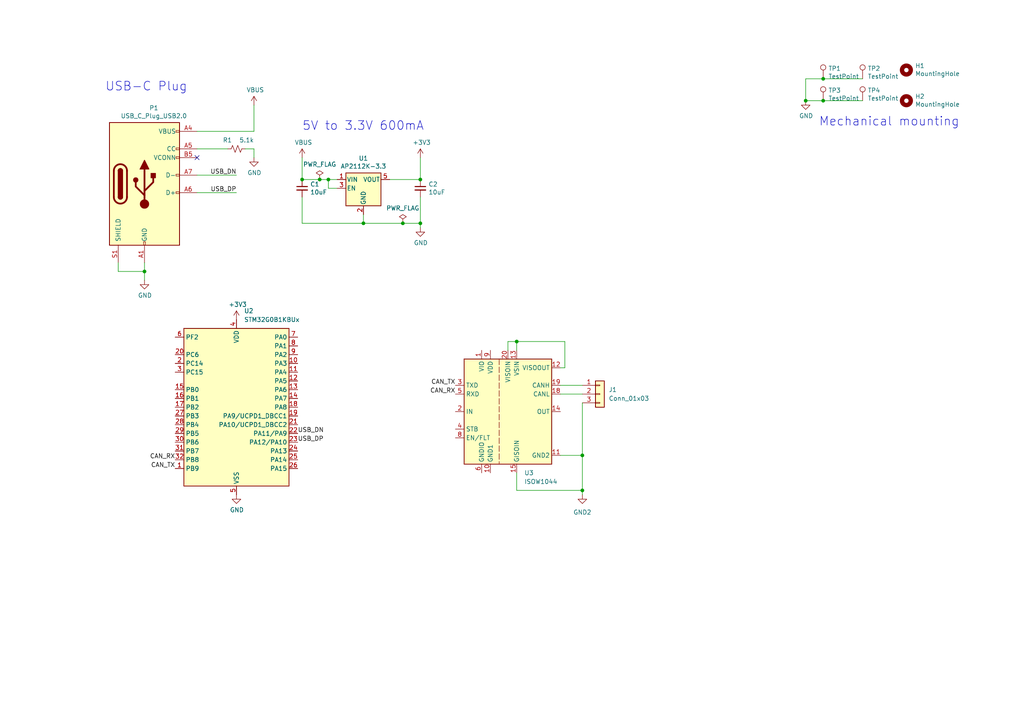
<source format=kicad_sch>
(kicad_sch (version 20231120) (generator "eeschema") (generator_version "8.0")
  (paper "A4")
  (title_block (title "Expansion Card Template") (date "2020-12-12") (rev "X1") (company "Framework") (comment 1 "This work is licensed under a Creative Commons Attribution 4.0 International License") (comment 4 "https://frame.work"))
  (lib_symbols
    (symbol "Connector:TestPoint" (pin_numbers hide) (pin_names (offset 0.762) hide)
      (property "Reference" "TP" (at 0 6.858 0))
      (property "Value" "TestPoint" (at 0 5.08 0))
      (symbol "TestPoint_0_1"
        (circle (center 0 3.302) (radius 0.762))
      )
      (symbol "TestPoint_1_1"
        (pin passive line (at 0 0 90) (length 2.54) (name "1") (number "1"))
      )
    )
    (symbol "Connector:USB_C_Plug_USB2.0" (pin_names (offset 1.016))
      (property "Reference" "P" (at -10.16 19.05 0))
      (property "Value" "USB_C_Plug_USB2.0" (at 12.7 19.05 0))
      (symbol "USB_C_Plug_USB2.0_0_0"
        (rectangle (start -0.254 -17.78) (end 0.254 -16.764))
        (rectangle (start 10.16 -2.286) (end 9.144 -2.794))
        (rectangle (start 10.16 2.794) (end 9.144 2.286))
        (rectangle (start 10.16 7.874) (end 9.144 7.366))
        (rectangle (start 10.16 10.414) (end 9.144 9.906))
        (rectangle (start 10.16 15.494) (end 9.144 14.986))
      )
      (symbol "USB_C_Plug_USB2.0_0_1"
        (rectangle (start -10.16 17.78) (end 10.16 -17.78) (stroke (width 0.254)) (fill (type background)))
        (arc (start -8.89 -3.81) (mid -6.985 -5.7067) (end -5.08 -3.81) (stroke (width 0.508)))
        (arc (start -7.62 -3.81) (mid -6.985 -4.4423) (end -6.35 -3.81) (stroke (width 0.254)))
        (arc (start -7.62 -3.81) (mid -6.985 -4.4423) (end -6.35 -3.81) (stroke (width 0.254)) (fill (type outline)))
        (rectangle (start -7.62 -3.81) (end -6.35 3.81) (stroke (width 0.254)) (fill (type outline)))
        (arc (start -6.35 3.81) (mid -6.985 4.4423) (end -7.62 3.81) (stroke (width 0.254)))
        (arc (start -6.35 3.81) (mid -6.985 4.4423) (end -7.62 3.81) (stroke (width 0.254)) (fill (type outline)))
        (arc (start -5.08 3.81) (mid -6.985 5.7067) (end -8.89 3.81) (stroke (width 0.508)))
        (circle (center -2.54 1.143) (radius 0.635) (stroke (width 0.254)) (fill (type outline)))
        (circle (center 0 -5.842) (radius 1.27) (fill (type outline)))
        (polyline (pts (xy -8.89 -3.81) (xy -8.89 3.81)) (stroke (width 0.508)))
        (polyline (pts (xy -5.08 3.81) (xy -5.08 -3.81)) (stroke (width 0.508)))
        (polyline (pts (xy 0 -5.842) (xy 0 4.318)) (stroke (width 0.508)))
        (polyline (pts (xy 0 -3.302) (xy -2.54 -0.762) (xy -2.54 0.508)) (stroke (width 0.508)))
        (polyline (pts (xy 0 -2.032) (xy 2.54 0.508) (xy 2.54 1.778)) (stroke (width 0.508)))
        (polyline (pts (xy -1.27 4.318) (xy 0 6.858) (xy 1.27 4.318) (xy -1.27 4.318)) (stroke (width 0.254)) (fill (type outline)))
        (rectangle (start 1.905 1.778) (end 3.175 3.048) (stroke (width 0.254)) (fill (type outline)))
      )
      (symbol "USB_C_Plug_USB2.0_1_1"
        (pin passive line (at 0 -22.86 90) (length 5.08) (name "GND") (number "A1"))
        (pin passive line (at 0 -22.86 90) (length 5.08) hide (name "GND") (number "A12"))
        (pin passive line (at 15.24 15.24 180) (length 5.08) (name "VBUS") (number "A4"))
        (pin bidirectional line (at 15.24 10.16 180) (length 5.08) (name "CC") (number "A5"))
        (pin bidirectional line (at 15.24 -2.54 180) (length 5.08) (name "D+") (number "A6"))
        (pin bidirectional line (at 15.24 2.54 180) (length 5.08) (name "D-") (number "A7"))
        (pin passive line (at 15.24 15.24 180) (length 5.08) hide (name "VBUS") (number "A9"))
        (pin passive line (at 0 -22.86 90) (length 5.08) hide (name "GND") (number "B1"))
        (pin passive line (at 0 -22.86 90) (length 5.08) hide (name "GND") (number "B12"))
        (pin passive line (at 15.24 15.24 180) (length 5.08) hide (name "VBUS") (number "B4"))
        (pin bidirectional line (at 15.24 7.62 180) (length 5.08) (name "VCONN") (number "B5"))
        (pin passive line (at 15.24 15.24 180) (length 5.08) hide (name "VBUS") (number "B9"))
        (pin passive line (at -7.62 -22.86 90) (length 5.08) (name "SHIELD") (number "S1"))
      )
    )
    (symbol "Connector_Generic:Conn_01x03" (pin_names (offset 1.016) hide)
      (property "Reference" "J" (at 0 5.08 0))
      (property "Value" "Conn_01x03" (at 0 -5.08 0))
      (symbol "Conn_01x03_1_1"
        (rectangle (start -1.27 -2.413) (end 0 -2.667) (stroke (width 0.1524)))
        (rectangle (start -1.27 0.127) (end 0 -0.127) (stroke (width 0.1524)))
        (rectangle (start -1.27 2.667) (end 0 2.413) (stroke (width 0.1524)))
        (rectangle (start -1.27 3.81) (end 1.27 -3.81) (stroke (width 0.254)) (fill (type background)))
        (pin passive line (at -5.08 2.54 0) (length 3.81) (name "Pin_1") (number "1"))
        (pin passive line (at -5.08 0 0) (length 3.81) (name "Pin_2") (number "2"))
        (pin passive line (at -5.08 -2.54 0) (length 3.81) (name "Pin_3") (number "3"))
      )
    )
    (symbol "Device:C_Small" (pin_numbers hide) (pin_names (offset 0.254) hide)
      (property "Reference" "C" (at 0.254 1.778 0))
      (property "Value" "C_Small" (at 0.254 -2.032 0))
      (symbol "C_Small_0_1"
        (polyline (pts (xy -1.524 -0.508) (xy 1.524 -0.508)) (stroke (width 0.3302)))
        (polyline (pts (xy -1.524 0.508) (xy 1.524 0.508)) (stroke (width 0.3048)))
      )
      (symbol "C_Small_1_1"
        (pin passive line (at 0 2.54 270) (length 2.032) (name "~") (number "1"))
        (pin passive line (at 0 -2.54 90) (length 2.032) (name "~") (number "2"))
      )
    )
    (symbol "Device:R_Small_US" (pin_numbers hide) (pin_names (offset 0.254) hide)
      (property "Reference" "R" (at 0.762 0.508 0))
      (property "Value" "R_Small_US" (at 0.762 -1.016 0))
      (symbol "R_Small_US_1_1"
        (polyline (pts (xy 0 0) (xy 1.016 -0.381) (xy 0 -0.762) (xy -1.016 -1.143) (xy 0 -1.524)))
        (polyline (pts (xy 0 1.524) (xy 1.016 1.143) (xy 0 0.762) (xy -1.016 0.381) (xy 0 0)))
        (pin passive line (at 0 2.54 270) (length 1.016) (name "~") (number "1"))
        (pin passive line (at 0 -2.54 90) (length 1.016) (name "~") (number "2"))
      )
    )
    (symbol "Interface_CAN_LIN:ISOW1044"
      (property "Reference" "U" (at -12.7 16.51 0))
      (property "Value" "ISOW1044" (at 13.97 16.51 0))
      (symbol "ISOW1044_0_1"
        (rectangle (start -12.7 15.24) (end 12.7 -15.24) (stroke (width 0.254)) (fill (type background)))
      )
      (symbol "ISOW1044_1_1"
        (polyline (pts (xy -2.54 15.24) (xy -2.54 -15.24)) (stroke (width 0) (type dash)))
        (pin power_in line (at -7.62 17.78 270) (length 2.54) (name "VIO") (number "1"))
        (pin power_in line (at -5.08 -17.78 90) (length 2.54) (name "GND1") (number "10"))
        (pin power_out line (at 15.24 -12.7 180) (length 2.54) (name "GND2") (number "11"))
        (pin power_out line (at 15.24 12.7 180) (length 2.54) (name "VISOOUT") (number "12"))
        (pin power_in line (at 2.54 17.78 270) (length 2.54) (name "VSIN") (number "13"))
        (pin output line (at 15.24 0 180) (length 2.54) (name "OUT") (number "14"))
        (pin power_in line (at 2.54 -17.78 90) (length 2.54) (name "GISOIN") (number "15"))
        (pin passive line (at 2.54 -17.78 90) (length 2.54) hide (name "GISOIN") (number "16"))
        (pin passive line (at 2.54 -17.78 90) (length 2.54) hide (name "GISOIN") (number "17"))
        (pin bidirectional line (at 15.24 5.08 180) (length 2.54) (name "CANL") (number "18"))
        (pin bidirectional line (at 15.24 7.62 180) (length 2.54) (name "CANH") (number "19"))
        (pin input line (at -15.24 0 0) (length 2.54) (name "IN") (number "2"))
        (pin power_in line (at 0 17.78 270) (length 2.54) (name "VISOIN") (number "20"))
        (pin input line (at -15.24 7.62 0) (length 2.54) (name "TXD") (number "3"))
        (pin input line (at -15.24 -5.08 0) (length 2.54) (name "STB") (number "4"))
        (pin output line (at -15.24 5.08 0) (length 2.54) (name "RXD") (number "5"))
        (pin power_in line (at -7.62 -17.78 90) (length 2.54) (name "GNDIO") (number "6"))
        (pin no_connect line (at -12.7 -10.16 0) (length 2.54) hide (name "NC") (number "7"))
        (pin input line (at -15.24 -7.62 0) (length 2.54) (name "EN/FLT") (number "8"))
        (pin power_in line (at -5.08 17.78 270) (length 2.54) (name "VDD") (number "9"))
      )
    )
    (symbol "MCU_ST_STM32G0:STM32G0B1KBUx"
      (property "Reference" "U" (at -15.24 24.13 0))
      (property "Value" "STM32G0B1KBUx" (at 2.54 24.13 0))
      (symbol "STM32G0B1KBUx_0_1"
        (rectangle (start -15.24 -22.86) (end 15.24 22.86) (stroke (width 0.254)) (fill (type background)))
      )
      (symbol "STM32G0B1KBUx_1_1"
        (pin bidirectional line (at -17.78 -17.78 0) (length 2.54) (name "PB9") (number "1"))
        (pin bidirectional line (at 17.78 12.7 180) (length 2.54) (name "PA3") (number "10"))
        (pin bidirectional line (at 17.78 10.16 180) (length 2.54) (name "PA4") (number "11"))
        (pin bidirectional line (at 17.78 7.62 180) (length 2.54) (name "PA5") (number "12"))
        (pin bidirectional line (at 17.78 5.08 180) (length 2.54) (name "PA6") (number "13"))
        (pin bidirectional line (at 17.78 2.54 180) (length 2.54) (name "PA7") (number "14"))
        (pin bidirectional line (at -17.78 5.08 0) (length 2.54) (name "PB0") (number "15"))
        (pin bidirectional line (at -17.78 2.54 0) (length 2.54) (name "PB1") (number "16"))
        (pin bidirectional line (at -17.78 0 0) (length 2.54) (name "PB2") (number "17"))
        (pin bidirectional line (at 17.78 0 180) (length 2.54) (name "PA8") (number "18"))
        (pin bidirectional line (at 17.78 -2.54 180) (length 2.54) (name "PA9/UCPD1_DBCC1") (number "19"))
        (pin bidirectional line (at -17.78 12.7 0) (length 2.54) (name "PC14") (number "2"))
        (pin bidirectional line (at -17.78 15.24 0) (length 2.54) (name "PC6") (number "20"))
        (pin bidirectional line (at 17.78 -5.08 180) (length 2.54) (name "PA10/UCPD1_DBCC2") (number "21"))
        (pin bidirectional line (at 17.78 -7.62 180) (length 2.54) (name "PA11/PA9") (number "22"))
        (pin bidirectional line (at 17.78 -10.16 180) (length 2.54) (name "PA12/PA10") (number "23"))
        (pin bidirectional line (at 17.78 -12.7 180) (length 2.54) (name "PA13") (number "24"))
        (pin bidirectional line (at 17.78 -15.24 180) (length 2.54) (name "PA14") (number "25"))
        (pin bidirectional line (at 17.78 -17.78 180) (length 2.54) (name "PA15") (number "26"))
        (pin bidirectional line (at -17.78 -2.54 0) (length 2.54) (name "PB3") (number "27"))
        (pin bidirectional line (at -17.78 -5.08 0) (length 2.54) (name "PB4") (number "28"))
        (pin bidirectional line (at -17.78 -7.62 0) (length 2.54) (name "PB5") (number "29"))
        (pin bidirectional line (at -17.78 10.16 0) (length 2.54) (name "PC15") (number "3"))
        (pin bidirectional line (at -17.78 -10.16 0) (length 2.54) (name "PB6") (number "30"))
        (pin bidirectional line (at -17.78 -12.7 0) (length 2.54) (name "PB7") (number "31"))
        (pin bidirectional line (at -17.78 -15.24 0) (length 2.54) (name "PB8") (number "32"))
        (pin passive line (at 0 -25.4 90) (length 2.54) hide (name "VSS") (number "33"))
        (pin power_in line (at 0 25.4 270) (length 2.54) (name "VDD") (number "4"))
        (pin power_in line (at 0 -25.4 90) (length 2.54) (name "VSS") (number "5"))
        (pin bidirectional line (at -17.78 20.32 0) (length 2.54) (name "PF2") (number "6"))
        (pin bidirectional line (at 17.78 20.32 180) (length 2.54) (name "PA0") (number "7"))
        (pin bidirectional line (at 17.78 17.78 180) (length 2.54) (name "PA1") (number "8"))
        (pin bidirectional line (at 17.78 15.24 180) (length 2.54) (name "PA2") (number "9"))
      )
    )
    (symbol "Mechanical:MountingHole" (pin_names (offset 1.016))
      (property "Reference" "H" (at 0 5.08 0))
      (property "Value" "MountingHole" (at 0 3.175 0))
      (symbol "MountingHole_0_1"
        (circle (center 0 0) (radius 1.27) (stroke (width 1.27)))
      )
    )
    (symbol "Regulator_Linear:AP2112K-3.3" (pin_names (offset 0.254))
      (property "Reference" "U" (at -5.08 5.715 0))
      (property "Value" "AP2112K-3.3" (at 0 5.715 0))
      (symbol "AP2112K-3.3_0_1"
        (rectangle (start -5.08 4.445) (end 5.08 -5.08) (stroke (width 0.254)) (fill (type background)))
      )
      (symbol "AP2112K-3.3_1_1"
        (pin power_in line (at -7.62 2.54 0) (length 2.54) (name "VIN") (number "1"))
        (pin power_in line (at 0 -7.62 90) (length 2.54) (name "GND") (number "2"))
        (pin input line (at -7.62 0 0) (length 2.54) (name "EN") (number "3"))
        (pin no_connect line (at 5.08 0 180) (length 2.54) hide (name "NC") (number "4"))
        (pin power_out line (at 7.62 2.54 180) (length 2.54) (name "VOUT") (number "5"))
      )
    )
    (symbol "expansiontest1-rescue:+3.3V-power" (power) (pin_names (offset 0))
      (property "Value" "power_+3.3V" (at 0 3.556 0))
      (symbol "+3.3V-power_0_1"
        (polyline (pts (xy -0.762 1.27) (xy 0 2.54)))
        (polyline (pts (xy 0 0) (xy 0 2.54)))
        (polyline (pts (xy 0 2.54) (xy 0.762 1.27)))
      )
      (symbol "+3.3V-power_1_1"
        (pin power_in line (at 0 0 90) (length 0) hide (name "+3V3") (number "1"))
      )
    )
    (symbol "expansiontest1-rescue:GND-power" (power) (pin_names (offset 0))
      (property "Value" "power_GND" (at 0 -3.81 0))
      (symbol "GND-power_0_1"
        (polyline (pts (xy 0 0) (xy 0 -1.27) (xy 1.27 -1.27) (xy 0 -2.54) (xy -1.27 -1.27) (xy 0 -1.27)))
      )
      (symbol "GND-power_1_1"
        (pin power_in line (at 0 0 270) (length 0) hide (name "GND") (number "1"))
      )
    )
    (symbol "expansiontest1-rescue:PWR_FLAG-power" (power) (pin_numbers hide) (pin_names (offset 0) hide)
      (property "Value" "power_PWR_FLAG" (at 0 3.81 0))
      (symbol "PWR_FLAG-power_0_0"
        (pin power_out line (at 0 0 90) (length 0) (name "pwr") (number "1"))
      )
      (symbol "PWR_FLAG-power_0_1"
        (polyline (pts (xy 0 0) (xy 0 1.27) (xy -1.016 1.905) (xy 0 2.54) (xy 1.016 1.905) (xy 0 1.27)))
      )
    )
    (symbol "expansiontest1-rescue:VBUS-power" (power) (pin_names (offset 0))
      (property "Value" "power_VBUS" (at 0 3.81 0))
      (symbol "VBUS-power_0_1"
        (polyline (pts (xy -0.762 1.27) (xy 0 2.54)))
        (polyline (pts (xy 0 0) (xy 0 2.54)))
        (polyline (pts (xy 0 2.54) (xy 0.762 1.27)))
      )
      (symbol "VBUS-power_1_1"
        (pin power_in line (at 0 0 90) (length 0) hide (name "VBUS") (number "1"))
      )
    )
    (symbol "power:GND2" (power) (pin_numbers hide) (pin_names (offset 0) hide)
      (property "Value" "GND2" (at 0 -3.81 0))
      (symbol "GND2_0_1"
        (polyline (pts (xy 0 0) (xy 0 -1.27) (xy 1.27 -1.27) (xy 0 -2.54) (xy -1.27 -1.27) (xy 0 -1.27)))
      )
      (symbol "GND2_1_1"
        (pin power_in line (at 0 0 270) (length 0) (name "~") (number "1"))
      )
    )
  )
  (junction (at 168.91 142.24))
  (junction (at 92.71 52.07))
  (junction (at 41.91 78.74))
  (junction (at 168.91 132.08))
  (junction (at 233.68 29.21))
  (junction (at 121.92 64.77))
  (junction (at 238.76 22.86))
  (junction (at 105.41 64.77))
  (junction (at 87.63 52.07))
  (junction (at 149.86 99.06))
  (junction (at 116.84 64.77))
  (junction (at 95.25 52.07))
  (junction (at 238.76 29.21))
  (junction (at 121.92 52.07))
  (no_connect (at 57.15 45.72))
  (wire (pts (xy 149.86 142.24) (xy 168.91 142.24)))
  (wire (pts (xy 73.66 43.18) (xy 73.66 45.72)))
  (wire (pts (xy 250.19 29.21) (xy 238.76 29.21)))
  (wire (pts (xy 105.41 64.77) (xy 116.84 64.77)))
  (wire (pts (xy 233.68 22.86) (xy 233.68 29.21)))
  (wire (pts (xy 57.15 50.8) (xy 68.58 50.8)))
  (wire (pts (xy 163.83 106.68) (xy 162.56 106.68)))
  (wire (pts (xy 87.63 45.72) (xy 87.63 52.07)))
  (wire (pts (xy 57.15 43.18) (xy 66.04 43.18)))
  (wire (pts (xy 97.79 54.61) (xy 95.25 54.61)))
  (wire (pts (xy 147.32 99.06) (xy 149.86 99.06)))
  (wire (pts (xy 162.56 132.08) (xy 168.91 132.08)))
  (wire (pts (xy 121.92 57.15) (xy 121.92 64.77)))
  (wire (pts (xy 121.92 64.77) (xy 121.92 66.04)))
  (wire (pts (xy 168.91 116.84) (xy 168.91 132.08)))
  (wire (pts (xy 168.91 142.24) (xy 168.91 143.51)))
  (wire (pts (xy 105.41 62.23) (xy 105.41 64.77)))
  (wire (pts (xy 149.86 99.06) (xy 163.83 99.06)))
  (wire (pts (xy 57.15 55.88) (xy 68.58 55.88)))
  (wire (pts (xy 41.91 78.74) (xy 41.91 76.2)))
  (wire (pts (xy 162.56 111.76) (xy 168.91 111.76)))
  (wire (pts (xy 92.71 52.07) (xy 95.25 52.07)))
  (wire (pts (xy 73.66 38.1) (xy 73.66 30.48)))
  (wire (pts (xy 238.76 22.86) (xy 233.68 22.86)))
  (wire (pts (xy 116.84 64.77) (xy 121.92 64.77)))
  (wire (pts (xy 34.29 76.2) (xy 34.29 78.74)))
  (wire (pts (xy 147.32 101.6) (xy 147.32 99.06)))
  (wire (pts (xy 121.92 45.72) (xy 121.92 52.07)))
  (wire (pts (xy 34.29 78.74) (xy 41.91 78.74)))
  (wire (pts (xy 238.76 29.21) (xy 233.68 29.21)))
  (wire (pts (xy 57.15 38.1) (xy 73.66 38.1)))
  (wire (pts (xy 87.63 64.77) (xy 105.41 64.77)))
  (wire (pts (xy 149.86 99.06) (xy 149.86 101.6)))
  (wire (pts (xy 71.12 43.18) (xy 73.66 43.18)))
  (wire (pts (xy 87.63 52.07) (xy 92.71 52.07)))
  (wire (pts (xy 41.91 81.28) (xy 41.91 78.74)))
  (wire (pts (xy 95.25 52.07) (xy 97.79 52.07)))
  (wire (pts (xy 250.19 22.86) (xy 238.76 22.86)))
  (wire (pts (xy 163.83 99.06) (xy 163.83 106.68)))
  (wire (pts (xy 113.03 52.07) (xy 121.92 52.07)))
  (wire (pts (xy 149.86 137.16) (xy 149.86 142.24)))
  (wire (pts (xy 168.91 132.08) (xy 168.91 142.24)))
  (wire (pts (xy 87.63 57.15) (xy 87.63 64.77)))
  (wire (pts (xy 95.25 54.61) (xy 95.25 52.07)))
  (wire (pts (xy 162.56 114.3) (xy 168.91 114.3)))
  (text "USB-C Plug" (at 30.48 26.67 0) (effects (font (size 2.54 2.54)) (justify left bottom)))
  (text "5V to 3.3V 600mA" (at 87.63 38.1 0) (effects (font (size 2.54 2.54)) (justify left bottom)))
  (text "Mechanical mounting" (at 237.49 36.83 0) (effects (font (size 2.54 2.54)) (justify left bottom)))
  (label "CAN_RX" (at 50.8 133.35 180))
  (label "CAN_RX" (at 132.08 114.3 180))
  (label "CAN_TX" (at 50.8 135.89 180))
  (label "USB_DN" (at 68.58 50.8 180))
  (label "USB_DP" (at 86.36 128.27 0))
  (label "USB_DP" (at 68.58 55.88 180))
  (label "CAN_TX" (at 132.08 111.76 180))
  (label "USB_DN" (at 86.36 125.73 0))
  (symbol (lib_id "Regulator_Linear:AP2112K-3.3") (at 105.41 54.61 0) (unit 1)
    (property "Reference" "U1" (at 105.41 45.9232 0))
    (property "Value" "AP2112K-3.3" (at 105.41 48.2346 0))
    (property "Footprint" "Package_TO_SOT_SMD:SOT-23-5" (effects (hide yes)))
    (property "Datasheet" "https://www.diodes.com/assets/Datasheets/AP2112.pdf" (effects (hide yes)))
  )
  (symbol (lib_id "Device:C_Small") (at 87.63 54.61 0) (unit 1)
    (property "Reference" "C1" (at 89.9668 53.4416 0) (effects (justify left)))
    (property "Value" "10uF" (at 89.9668 55.753 0) (effects (justify left)))
    (property "Footprint" "Capacitor_SMD:C_0805_2012Metric" (effects (hide yes)))
  )
  (symbol (lib_id "Device:C_Small") (at 121.92 54.61 0) (unit 1)
    (property "Reference" "C2" (at 124.2568 53.4416 0) (effects (justify left)))
    (property "Value" "10uF" (at 124.2568 55.753 0) (effects (justify left)))
    (property "Footprint" "Capacitor_SMD:C_0805_2012Metric" (effects (hide yes)))
  )
  (symbol (lib_id "expansiontest1-rescue:+3.3V-power") (at 121.92 45.72 0) (unit 1)
    (property "Reference" "#PWR05" (effects (hide yes)))
    (property "Value" "+3V3" (at 122.301 41.3258 0))
  )
  (symbol (lib_id "expansiontest1-rescue:GND-power") (at 121.92 66.04 0) (unit 1)
    (property "Reference" "#PWR06" (effects (hide yes)))
    (property "Value" "GND" (at 122.047 70.4342 0))
  )
  (symbol (lib_id "expansiontest1-rescue:VBUS-power") (at 87.63 45.72 0) (unit 1)
    (property "Reference" "#PWR04" (effects (hide yes)))
    (property "Value" "VBUS" (at 88.011 41.3258 0))
  )
  (symbol (lib_id "Connector:USB_C_Plug_USB2.0") (at 41.91 53.34 0) (unit 1)
    (property "Reference" "P1" (at 44.6278 31.3182 0))
    (property "Value" "USB_C_Plug_USB2.0" (at 44.6278 33.6296 0))
    (property "Footprint" "Expansion_Card:USB_C_Plug_Molex_105444" (effects (hide yes)))
    (property "Datasheet" "https://www.usb.org/sites/default/files/documents/usb_type-c.zip" (effects (hide yes)))
  )
  (symbol (lib_id "Device:R_Small_US") (at 68.58 43.18 90) (unit 1)
    (property "Reference" "R1" (at 67.31 40.64 90) (effects (justify left)))
    (property "Value" "5.1k" (at 73.66 40.64 90) (effects (justify left)))
    (property "Footprint" "Resistor_SMD:R_0603_1608Metric" (effects (hide yes)))
  )
  (symbol (lib_id "expansiontest1-rescue:GND-power") (at 41.91 81.28 0) (unit 1)
    (property "Reference" "#PWR01" (effects (hide yes)))
    (property "Value" "GND" (at 42.037 85.6742 0))
  )
  (symbol (lib_id "expansiontest1-rescue:GND-power") (at 73.66 45.72 0) (unit 1)
    (property "Reference" "#PWR03" (effects (hide yes)))
    (property "Value" "GND" (at 73.787 50.1142 0))
  )
  (symbol (lib_id "expansiontest1-rescue:VBUS-power") (at 73.66 30.48 0) (unit 1)
    (property "Reference" "#PWR02" (effects (hide yes)))
    (property "Value" "VBUS" (at 74.041 26.0858 0))
  )
  (symbol (lib_id "Mechanical:MountingHole") (at 262.89 20.32 0) (unit 1)
    (property "Reference" "H1" (at 265.43 19.0754 0) (effects (justify left)))
    (property "Value" "MountingHole" (at 265.43 21.3868 0) (effects (justify left)))
    (property "Footprint" "MountingHole:MountingHole_2.2mm_M2" (effects (hide yes)))
  )
  (symbol (lib_id "Mechanical:MountingHole") (at 262.89 29.21 0) (unit 1)
    (property "Reference" "H2" (at 265.43 27.9654 0) (effects (justify left)))
    (property "Value" "MountingHole" (at 265.43 30.2768 0) (effects (justify left)))
    (property "Footprint" "MountingHole:MountingHole_2.2mm_M2" (effects (hide yes)))
  )
  (symbol (lib_id "expansiontest1-rescue:PWR_FLAG-power") (at 92.71 52.07 0) (unit 1)
    (property "Reference" "#FLG01" (effects (hide yes)))
    (property "Value" "PWR_FLAG" (at 92.71 47.6758 0))
  )
  (symbol (lib_id "expansiontest1-rescue:PWR_FLAG-power") (at 116.84 64.77 0) (unit 1)
    (property "Reference" "#FLG02" (effects (hide yes)))
    (property "Value" "PWR_FLAG" (at 116.84 60.3758 0))
  )
  (symbol (lib_id "Connector:TestPoint") (at 250.19 22.86 0) (unit 1)
    (property "Reference" "TP2" (at 251.6632 19.8628 0) (effects (justify left)))
    (property "Value" "TestPoint" (at 251.6632 22.1742 0) (effects (justify left)))
    (property "Footprint" "TestPoint:TestPoint_Pad_1.5x1.5mm" (effects (hide yes)))
  )
  (symbol (lib_id "Connector:TestPoint") (at 238.76 22.86 0) (unit 1)
    (property "Reference" "TP1" (at 240.2332 19.8628 0) (effects (justify left)))
    (property "Value" "TestPoint" (at 240.2332 22.1742 0) (effects (justify left)))
    (property "Footprint" "TestPoint:TestPoint_Pad_1.5x1.5mm" (effects (hide yes)))
  )
  (symbol (lib_id "Connector:TestPoint") (at 238.76 29.21 0) (unit 1)
    (property "Reference" "TP3" (at 240.2332 26.2128 0) (effects (justify left)))
    (property "Value" "TestPoint" (at 240.2332 28.5242 0) (effects (justify left)))
    (property "Footprint" "TestPoint:TestPoint_Pad_1.5x1.5mm" (effects (hide yes)))
  )
  (symbol (lib_id "Connector:TestPoint") (at 250.19 29.21 0) (unit 1)
    (property "Reference" "TP4" (at 251.6632 26.2128 0) (effects (justify left)))
    (property "Value" "TestPoint" (at 251.6632 28.5242 0) (effects (justify left)))
    (property "Footprint" "TestPoint:TestPoint_Pad_1.5x1.5mm" (effects (hide yes)))
  )
  (symbol (lib_id "expansiontest1-rescue:GND-power") (at 233.68 29.21 0) (unit 1)
    (property "Reference" "#PWR0101" (effects (hide yes)))
    (property "Value" "GND" (at 233.807 33.6042 0))
  )
  (symbol (lib_id "Interface_CAN_LIN:ISOW1044") (at 147.32 119.38 0) (unit 1)
    (property "Reference" "U3" (at 152.0541 137.16 0) (effects (justify left)))
    (property "Value" "ISOW1044" (at 152.0541 139.7 0) (effects (justify left)))
    (property "Footprint" "Package_SO:SOIC-20W_7.5x12.8mm_P1.27mm" (effects (hide yes)))
    (property "Datasheet" "https://www.ti.com/lit/ds/symlink/isow1044.pdf" (effects (hide yes)))
    (property "Description" "Isolated CAN FD Transceiver, Integrated DC-DC Converter, 5Mbps, Reinforced Isolation,  SOIC-20W" (effects (hide yes)))
  )
  (symbol (lib_id "Connector_Generic:Conn_01x03") (at 173.99 114.3 0) (unit 1)
    (property "Reference" "J1" (at 176.53 113.0299 0) (effects (justify left)))
    (property "Value" "Conn_01x03" (at 176.53 115.5699 0) (effects (justify left)))
    (property "Footprint" "Connector_JST:JST_GH_SM03B-GHS-TB_1x03-1MP_P1.25mm_Horizontal" (effects (hide yes)))
    (property "Description" "Generic connector, single row, 01x03, script generated (kicad-library-utils/schlib/autogen/connector/)" (effects (hide yes)))
  )
  (symbol (lib_id "MCU_ST_STM32G0:STM32G0B1KBUx") (at 68.58 118.11 0) (unit 1)
    (property "Reference" "U2" (at 70.7741 90.17 0) (effects (justify left)))
    (property "Value" "STM32G0B1KBUx" (at 70.7741 92.71 0) (effects (justify left)))
    (property "Footprint" "Package_DFN_QFN:QFN-32-1EP_5x5mm_P0.5mm_EP3.45x3.45mm" (effects (hide yes)))
    (property "Datasheet" "https://www.st.com/resource/en/datasheet/stm32g0b1kb.pdf" (effects (hide yes)))
    (property "Description" "STMicroelectronics Arm Cortex-M0+ MCU, 128KB flash, 144KB RAM, 64 MHz, 1.7-3.6V, 30 GPIO, UFQFPN32" (effects (hide yes)))
  )
  (symbol (lib_id "power:GND2") (at 168.91 143.51 0) (unit 1)
    (property "Reference" "#PWR09" (effects (hide yes)))
    (property "Value" "GND2" (at 168.91 148.59 0))
    (property "Description" "Power symbol creates a global label with name \"GND2\" , ground" (effects (hide yes)))
  )
  (symbol (lib_id "expansiontest1-rescue:GND-power") (at 68.58 143.51 0) (unit 1)
    (property "Reference" "#PWR08" (effects (hide yes)))
    (property "Value" "GND" (at 68.707 147.9042 0))
  )
  (symbol (lib_id "expansiontest1-rescue:+3.3V-power") (at 68.58 92.71 0) (unit 1)
    (property "Reference" "#PWR07" (effects (hide yes)))
    (property "Value" "+3V3" (at 68.961 88.3158 0))
  )
)
</source>
